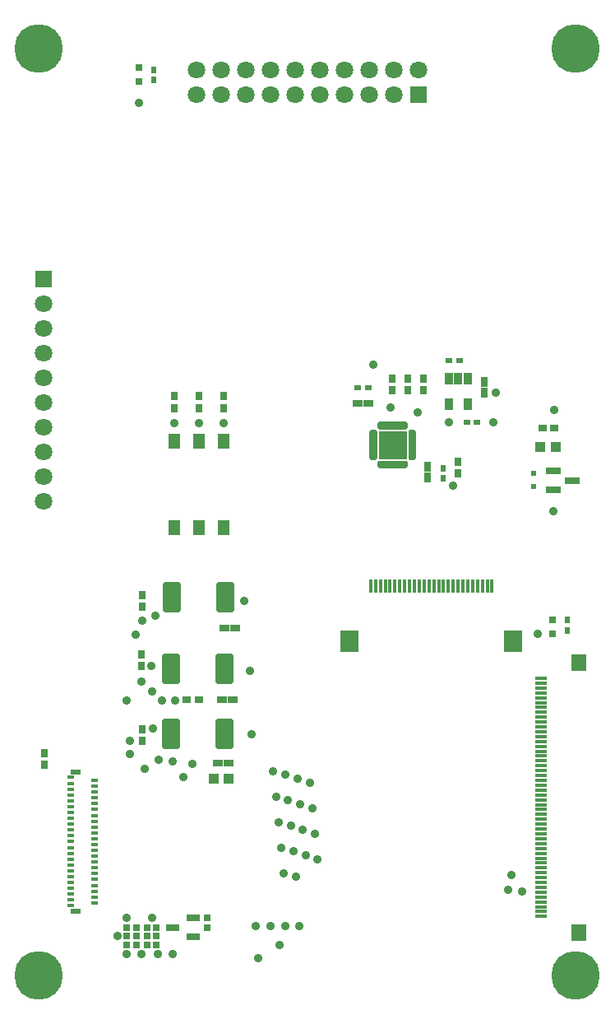
<source format=gbs>
%FSLAX43Y43*%
%MOMM*%
G71*
G01*
G75*
G04 Layer_Color=16711935*
%ADD10C,0.500*%
%ADD11C,0.200*%
%ADD12C,0.250*%
%ADD13C,0.400*%
%ADD14C,1.700*%
%ADD15R,1.700X1.700*%
%ADD16C,0.550*%
%ADD17R,1.800X2.200*%
%ADD18R,0.300X1.300*%
%ADD19R,0.700X0.300*%
%ADD20R,1.000X0.400*%
%ADD21R,1.100X1.500*%
%ADD22R,1.700X1.700*%
%ADD23R,1.100X0.250*%
%ADD24R,1.500X1.700*%
%ADD25R,2.800X2.800*%
%ADD26O,0.250X0.700*%
%ADD27O,0.700X0.250*%
%ADD28O,1.750X0.250*%
%ADD29R,0.700X1.100*%
%ADD30R,1.300X0.600*%
%ADD31R,0.400X0.400*%
%ADD32R,1.400X0.600*%
%ADD33R,0.700X0.700*%
%ADD34R,0.550X0.600*%
%ADD35R,0.800X0.650*%
%ADD36R,0.500X0.600*%
%ADD37R,1.000X0.950*%
%ADD38R,0.900X0.600*%
%ADD39R,0.600X0.550*%
%ADD40R,0.650X0.800*%
%ADD41R,0.600X0.500*%
%ADD42R,0.600X0.900*%
%ADD43C,0.800*%
%ADD44C,0.300*%
%ADD45C,0.254*%
%ADD46C,1.800*%
%ADD47R,1.800X1.800*%
%ADD48C,5.000*%
%ADD49R,1.900X2.300*%
%ADD50R,0.400X1.400*%
%ADD51R,0.800X0.400*%
%ADD52R,1.100X0.500*%
%ADD53R,1.200X1.600*%
%ADD54R,1.800X1.800*%
%ADD55R,1.200X0.350*%
%ADD56R,1.600X1.800*%
%ADD57R,2.900X2.900*%
%ADD58O,0.350X0.800*%
%ADD59O,0.800X0.350*%
%ADD60O,1.850X0.350*%
%ADD61R,0.840X1.240*%
%ADD62R,1.400X0.700*%
%ADD63R,0.500X0.500*%
%ADD64R,1.500X0.700*%
%ADD65R,0.800X0.800*%
%ADD66R,0.650X0.700*%
%ADD67R,0.900X0.750*%
%ADD68R,0.600X0.700*%
%ADD69R,1.100X1.050*%
%ADD70R,1.000X0.700*%
%ADD71R,0.700X0.650*%
%ADD72R,0.750X0.900*%
%ADD73R,0.700X0.600*%
%ADD74R,0.700X1.000*%
%ADD75C,0.900*%
G36*
X20262Y-67506D02*
X18412D01*
Y-64706D01*
X20262D01*
Y-67506D01*
D02*
G37*
G36*
X14800Y-60126D02*
X12950D01*
Y-57326D01*
X14800D01*
Y-60126D01*
D02*
G37*
G36*
X14712Y-67506D02*
X12862D01*
Y-64706D01*
X14712D01*
Y-67506D01*
D02*
G37*
G36*
X14720Y-74218D02*
X12870D01*
Y-71418D01*
X14720D01*
Y-74218D01*
D02*
G37*
G36*
X20270D02*
X18420D01*
Y-71418D01*
X20270D01*
Y-74218D01*
D02*
G37*
G36*
X39057Y-44520D02*
X38257D01*
Y-41720D01*
X39057D01*
Y-44520D01*
D02*
G37*
G36*
X38057Y-41520D02*
X35257D01*
Y-40720D01*
X38057D01*
Y-41520D01*
D02*
G37*
G36*
X35057Y-44520D02*
X34257D01*
Y-41720D01*
X35057D01*
Y-44520D01*
D02*
G37*
G36*
X20350Y-60126D02*
X18500D01*
Y-57326D01*
X20350D01*
Y-60126D01*
D02*
G37*
G36*
X38057Y-45520D02*
X35257D01*
Y-44720D01*
X38057D01*
Y-45520D01*
D02*
G37*
D46*
X692Y-48930D02*
D03*
Y-46390D02*
D03*
Y-43850D02*
D03*
Y-41310D02*
D03*
Y-38770D02*
D03*
Y-36230D02*
D03*
Y-33690D02*
D03*
Y-31150D02*
D03*
Y-28610D02*
D03*
X29131Y-4501D02*
D03*
X39291D02*
D03*
X36751D02*
D03*
Y-7041D02*
D03*
X34211Y-4501D02*
D03*
Y-7041D02*
D03*
X31671Y-4501D02*
D03*
Y-7041D02*
D03*
X29131D02*
D03*
X16431D02*
D03*
X18971D02*
D03*
Y-4501D02*
D03*
X21511Y-7041D02*
D03*
Y-4501D02*
D03*
X24051Y-7041D02*
D03*
Y-4501D02*
D03*
X26591D02*
D03*
Y-7041D02*
D03*
X16431Y-4501D02*
D03*
D47*
X39291Y-7041D02*
D03*
D48*
X211Y-2351D02*
D03*
X55511D02*
D03*
Y-97651D02*
D03*
X211D02*
D03*
D49*
X32225Y-63275D02*
D03*
X49025D02*
D03*
D50*
X34375Y-57625D02*
D03*
X34875D02*
D03*
X35375D02*
D03*
X35875D02*
D03*
X36375D02*
D03*
X36875D02*
D03*
X37375D02*
D03*
X37875D02*
D03*
X38375D02*
D03*
X38875D02*
D03*
X39375D02*
D03*
X39875D02*
D03*
X40375D02*
D03*
X40875D02*
D03*
X41375D02*
D03*
X41875D02*
D03*
X42375D02*
D03*
X42875D02*
D03*
X43375D02*
D03*
X43875D02*
D03*
X44375D02*
D03*
X44875D02*
D03*
X45375D02*
D03*
X45875D02*
D03*
X46375D02*
D03*
X46875D02*
D03*
D51*
X5961Y-78200D02*
D03*
Y-77600D02*
D03*
Y-81200D02*
D03*
Y-80600D02*
D03*
Y-80000D02*
D03*
Y-79400D02*
D03*
Y-78800D02*
D03*
Y-84200D02*
D03*
Y-83600D02*
D03*
Y-83000D02*
D03*
Y-82400D02*
D03*
Y-81800D02*
D03*
Y-87200D02*
D03*
Y-86600D02*
D03*
Y-86000D02*
D03*
Y-85400D02*
D03*
Y-84800D02*
D03*
Y-87800D02*
D03*
Y-88400D02*
D03*
Y-89000D02*
D03*
Y-89600D02*
D03*
Y-90200D02*
D03*
X3461Y-78500D02*
D03*
Y-77900D02*
D03*
Y-77300D02*
D03*
Y-81500D02*
D03*
Y-80900D02*
D03*
Y-80300D02*
D03*
Y-79700D02*
D03*
Y-79100D02*
D03*
Y-84500D02*
D03*
Y-83900D02*
D03*
Y-83300D02*
D03*
Y-82700D02*
D03*
Y-82100D02*
D03*
Y-87500D02*
D03*
Y-86900D02*
D03*
Y-86300D02*
D03*
Y-85700D02*
D03*
Y-85100D02*
D03*
Y-88100D02*
D03*
Y-88700D02*
D03*
Y-89300D02*
D03*
Y-89900D02*
D03*
Y-90500D02*
D03*
D52*
X3961Y-91050D02*
D03*
Y-76750D02*
D03*
D53*
X19190Y-51600D02*
D03*
X16650D02*
D03*
X14110D02*
D03*
X19190Y-42700D02*
D03*
X16650D02*
D03*
X14110D02*
D03*
D54*
X692Y-26070D02*
D03*
D55*
X51926Y-90600D02*
D03*
Y-89100D02*
D03*
Y-91600D02*
D03*
Y-91100D02*
D03*
Y-88600D02*
D03*
Y-86100D02*
D03*
Y-88100D02*
D03*
Y-87600D02*
D03*
Y-85100D02*
D03*
Y-87100D02*
D03*
Y-85600D02*
D03*
Y-86600D02*
D03*
Y-83100D02*
D03*
Y-82600D02*
D03*
Y-84600D02*
D03*
Y-84100D02*
D03*
Y-81100D02*
D03*
Y-82100D02*
D03*
Y-81600D02*
D03*
Y-69100D02*
D03*
Y-68600D02*
D03*
Y-83600D02*
D03*
Y-80600D02*
D03*
Y-68100D02*
D03*
Y-67100D02*
D03*
Y-67600D02*
D03*
Y-80100D02*
D03*
Y-79600D02*
D03*
Y-90100D02*
D03*
Y-89600D02*
D03*
Y-78100D02*
D03*
Y-77600D02*
D03*
Y-79100D02*
D03*
Y-78600D02*
D03*
Y-76100D02*
D03*
Y-75600D02*
D03*
Y-77100D02*
D03*
Y-76600D02*
D03*
Y-74100D02*
D03*
Y-73600D02*
D03*
Y-75100D02*
D03*
Y-74600D02*
D03*
Y-72100D02*
D03*
Y-71600D02*
D03*
Y-73100D02*
D03*
Y-72600D02*
D03*
Y-71100D02*
D03*
Y-70600D02*
D03*
Y-70100D02*
D03*
Y-69600D02*
D03*
D56*
X55826Y-93250D02*
D03*
Y-65450D02*
D03*
D57*
X36657Y-43120D02*
D03*
D58*
X36857Y-45120D02*
D03*
X37257D02*
D03*
X38057D02*
D03*
X37657D02*
D03*
X36057D02*
D03*
X36457D02*
D03*
X35657D02*
D03*
X35257D02*
D03*
Y-41120D02*
D03*
X35657D02*
D03*
X36457D02*
D03*
X36057D02*
D03*
X37657D02*
D03*
X38057D02*
D03*
X37257D02*
D03*
X36857D02*
D03*
D59*
X38657Y-44520D02*
D03*
Y-44120D02*
D03*
Y-43320D02*
D03*
Y-43720D02*
D03*
Y-42120D02*
D03*
Y-41720D02*
D03*
Y-42520D02*
D03*
Y-42920D02*
D03*
X34657D02*
D03*
Y-42520D02*
D03*
Y-41720D02*
D03*
Y-42120D02*
D03*
Y-43720D02*
D03*
Y-43320D02*
D03*
Y-44120D02*
D03*
Y-44520D02*
D03*
D60*
X13795Y-74218D02*
D03*
Y-73818D02*
D03*
Y-73418D02*
D03*
Y-73018D02*
D03*
Y-72618D02*
D03*
Y-72218D02*
D03*
Y-71818D02*
D03*
X19345Y-74218D02*
D03*
Y-73818D02*
D03*
Y-73418D02*
D03*
Y-73018D02*
D03*
Y-72618D02*
D03*
Y-72218D02*
D03*
Y-71818D02*
D03*
Y-71418D02*
D03*
X13795D02*
D03*
X13875Y-60126D02*
D03*
Y-59726D02*
D03*
Y-59326D02*
D03*
Y-58926D02*
D03*
Y-58526D02*
D03*
Y-58126D02*
D03*
Y-57726D02*
D03*
X19425Y-60126D02*
D03*
Y-59726D02*
D03*
Y-59326D02*
D03*
Y-58926D02*
D03*
Y-58526D02*
D03*
Y-58126D02*
D03*
Y-57726D02*
D03*
Y-57326D02*
D03*
X13875D02*
D03*
X13787Y-67506D02*
D03*
Y-67106D02*
D03*
Y-66706D02*
D03*
Y-66306D02*
D03*
Y-65906D02*
D03*
Y-65506D02*
D03*
Y-65106D02*
D03*
X19337Y-67506D02*
D03*
Y-67106D02*
D03*
Y-66706D02*
D03*
Y-66306D02*
D03*
Y-65906D02*
D03*
Y-65506D02*
D03*
Y-65106D02*
D03*
Y-64706D02*
D03*
X13787D02*
D03*
D61*
X42450Y-38901D02*
D03*
X44350D02*
D03*
Y-36301D02*
D03*
X43400D02*
D03*
X42450D02*
D03*
D62*
X14000Y-92725D02*
D03*
X16100Y-93675D02*
D03*
Y-91775D02*
D03*
D63*
X51150Y-46000D02*
D03*
Y-47400D02*
D03*
D64*
X55125Y-46750D02*
D03*
X53225Y-45800D02*
D03*
Y-47700D02*
D03*
D65*
X53100Y-61101D02*
D03*
Y-62501D02*
D03*
X10500Y-4301D02*
D03*
Y-5701D02*
D03*
D66*
X17500Y-92775D02*
D03*
Y-91775D02*
D03*
D67*
X52075Y-41350D02*
D03*
X53275D02*
D03*
X15450Y-69326D02*
D03*
X16650D02*
D03*
D68*
X54600Y-61101D02*
D03*
X54600Y-62151D02*
D03*
X41800Y-45501D02*
D03*
X41800Y-46551D02*
D03*
X12000Y-4501D02*
D03*
X12000Y-5551D02*
D03*
D69*
X53400Y-43325D02*
D03*
X51800D02*
D03*
X18175Y-77450D02*
D03*
X19775D02*
D03*
D70*
X18675Y-75826D02*
D03*
X19775D02*
D03*
X34150Y-38826D02*
D03*
X33050D02*
D03*
X19350Y-61926D02*
D03*
X20450D02*
D03*
X19100Y-69301D02*
D03*
X20200D02*
D03*
D71*
X10275Y-94525D02*
D03*
X9275D02*
D03*
X11325D02*
D03*
X12325D02*
D03*
X10275Y-93625D02*
D03*
X9275D02*
D03*
X11325D02*
D03*
X12325D02*
D03*
X10275Y-92725D02*
D03*
X9275D02*
D03*
X11325D02*
D03*
X12325D02*
D03*
D72*
X19190Y-38099D02*
D03*
Y-39299D02*
D03*
X16650Y-38099D02*
D03*
Y-39299D02*
D03*
X14110Y-38099D02*
D03*
Y-39299D02*
D03*
X36600Y-37501D02*
D03*
Y-36301D02*
D03*
X38200Y-37501D02*
D03*
Y-36301D02*
D03*
X39800Y-37501D02*
D03*
Y-36301D02*
D03*
X43400Y-44801D02*
D03*
Y-46001D02*
D03*
X775Y-75975D02*
D03*
Y-74775D02*
D03*
X10850Y-59726D02*
D03*
Y-58526D02*
D03*
X10725Y-65851D02*
D03*
Y-64651D02*
D03*
X10838Y-73545D02*
D03*
Y-72345D02*
D03*
D73*
X34125Y-37201D02*
D03*
X33075Y-37201D02*
D03*
X44300Y-40801D02*
D03*
X45350Y-40801D02*
D03*
X42450Y-34400D02*
D03*
X43500Y-34400D02*
D03*
D74*
X40200Y-45351D02*
D03*
Y-46451D02*
D03*
X46100Y-37751D02*
D03*
Y-36651D02*
D03*
D75*
X11875Y-91725D02*
D03*
X9275Y-95500D02*
D03*
Y-91750D02*
D03*
X8350Y-93625D02*
D03*
X10500Y-7950D02*
D03*
X10850Y-61176D02*
D03*
X10750Y-67401D02*
D03*
X21375Y-59150D02*
D03*
X21956Y-66306D02*
D03*
X22150Y-72825D02*
D03*
X11800Y-65850D02*
D03*
X11950Y-72250D02*
D03*
X15050Y-77250D02*
D03*
X12175Y-60700D02*
D03*
X53275Y-39475D02*
D03*
X47299Y-37751D02*
D03*
X42875Y-47275D02*
D03*
X24625Y-79250D02*
D03*
X25875Y-79650D02*
D03*
X27125Y-80050D02*
D03*
X28375Y-80450D02*
D03*
X24900Y-81875D02*
D03*
X28650Y-83075D02*
D03*
X27400Y-82675D02*
D03*
X26150Y-82275D02*
D03*
X26425Y-84900D02*
D03*
X27675Y-85300D02*
D03*
X28925Y-85700D02*
D03*
X25175Y-84500D02*
D03*
X26700Y-87525D02*
D03*
X25450Y-87125D02*
D03*
X28100Y-77825D02*
D03*
X26850Y-77425D02*
D03*
X25600Y-77025D02*
D03*
X24350Y-76625D02*
D03*
X9570Y-73545D02*
D03*
X11825Y-68425D02*
D03*
X22550Y-92625D02*
D03*
X19190Y-40815D02*
D03*
X16650D02*
D03*
X14110D02*
D03*
X36450Y-39275D02*
D03*
X14000Y-95500D02*
D03*
X12500D02*
D03*
X10800D02*
D03*
X24050Y-92625D02*
D03*
X12850Y-69426D02*
D03*
X42450Y-40751D02*
D03*
X12575Y-75450D02*
D03*
X39250Y-39751D02*
D03*
X47000Y-40801D02*
D03*
X16025Y-75926D02*
D03*
X14200Y-69351D02*
D03*
X34650Y-34801D02*
D03*
X25550Y-92625D02*
D03*
X27050Y-92625D02*
D03*
X48825Y-87350D02*
D03*
X51600Y-62501D02*
D03*
X53175Y-49900D02*
D03*
X11125Y-76375D02*
D03*
X49925Y-89000D02*
D03*
X48525Y-88825D02*
D03*
X13950Y-75625D02*
D03*
X24950Y-94525D02*
D03*
X22825Y-95925D02*
D03*
X9275Y-69425D02*
D03*
X10200Y-62575D02*
D03*
X9575Y-74925D02*
D03*
M02*

</source>
